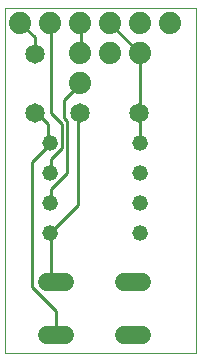
<source format=gtl>
G75*
%MOIN*%
%OFA0B0*%
%FSLAX25Y25*%
%IPPOS*%
%LPD*%
%AMOC8*
5,1,8,0,0,1.08239X$1,22.5*
%
%ADD10C,0.00000*%
%ADD11C,0.06500*%
%ADD12C,0.07400*%
%ADD13C,0.05200*%
%ADD14C,0.06000*%
%ADD15C,0.01000*%
D10*
X0003300Y0007167D02*
X0003300Y0122127D01*
X0067001Y0122127D01*
X0067001Y0007167D01*
X0003300Y0007167D01*
D11*
X0013300Y0087324D03*
X0013300Y0107009D03*
X0028457Y0087167D03*
X0048143Y0087167D03*
D12*
X0048300Y0107167D03*
X0048300Y0117167D03*
X0058300Y0117167D03*
X0038300Y0117167D03*
X0038300Y0107167D03*
X0028300Y0107167D03*
X0028300Y0117167D03*
X0018300Y0117167D03*
X0008300Y0117167D03*
X0028300Y0097167D03*
D13*
X0018300Y0077167D03*
X0018300Y0067167D03*
X0018300Y0057167D03*
X0018300Y0047167D03*
X0048300Y0047167D03*
X0048300Y0057167D03*
X0048300Y0067167D03*
X0048300Y0077167D03*
D14*
X0049100Y0031067D02*
X0043100Y0031067D01*
X0043100Y0013267D02*
X0049100Y0013267D01*
X0023500Y0013267D02*
X0017500Y0013267D01*
X0017500Y0031067D02*
X0023500Y0031067D01*
D15*
X0020500Y0031067D02*
X0020467Y0031245D01*
X0018660Y0033052D01*
X0018660Y0046606D01*
X0018300Y0047167D01*
X0018660Y0047509D01*
X0027696Y0056545D01*
X0027696Y0086362D01*
X0028457Y0087167D01*
X0024081Y0084554D02*
X0023178Y0085458D01*
X0023178Y0091783D01*
X0027696Y0096301D01*
X0028300Y0097167D01*
X0028300Y0107167D02*
X0028599Y0108047D01*
X0028599Y0117082D01*
X0028300Y0117167D01*
X0018660Y0117082D02*
X0018300Y0117167D01*
X0018660Y0117082D02*
X0018660Y0087265D01*
X0022274Y0083651D01*
X0022274Y0075519D01*
X0018660Y0071905D01*
X0018660Y0067387D01*
X0018300Y0067167D01*
X0018660Y0061966D02*
X0024081Y0067387D01*
X0024081Y0084554D01*
X0017757Y0083651D02*
X0017757Y0077326D01*
X0018300Y0077167D01*
X0017757Y0076423D01*
X0012335Y0071001D01*
X0012335Y0029438D01*
X0020467Y0021306D01*
X0020467Y0014078D01*
X0020500Y0013267D01*
X0018300Y0057167D02*
X0018660Y0057448D01*
X0018660Y0061966D01*
X0017757Y0083651D02*
X0014143Y0087265D01*
X0013300Y0087324D01*
X0013300Y0107009D02*
X0013239Y0107143D01*
X0013239Y0112564D01*
X0008721Y0117082D01*
X0008300Y0117167D01*
X0038300Y0117167D02*
X0038538Y0117082D01*
X0047574Y0108047D01*
X0048300Y0107167D01*
X0048477Y0107143D01*
X0048477Y0087265D01*
X0048143Y0087167D01*
X0048477Y0086362D01*
X0048477Y0077326D01*
X0048300Y0077167D01*
M02*

</source>
